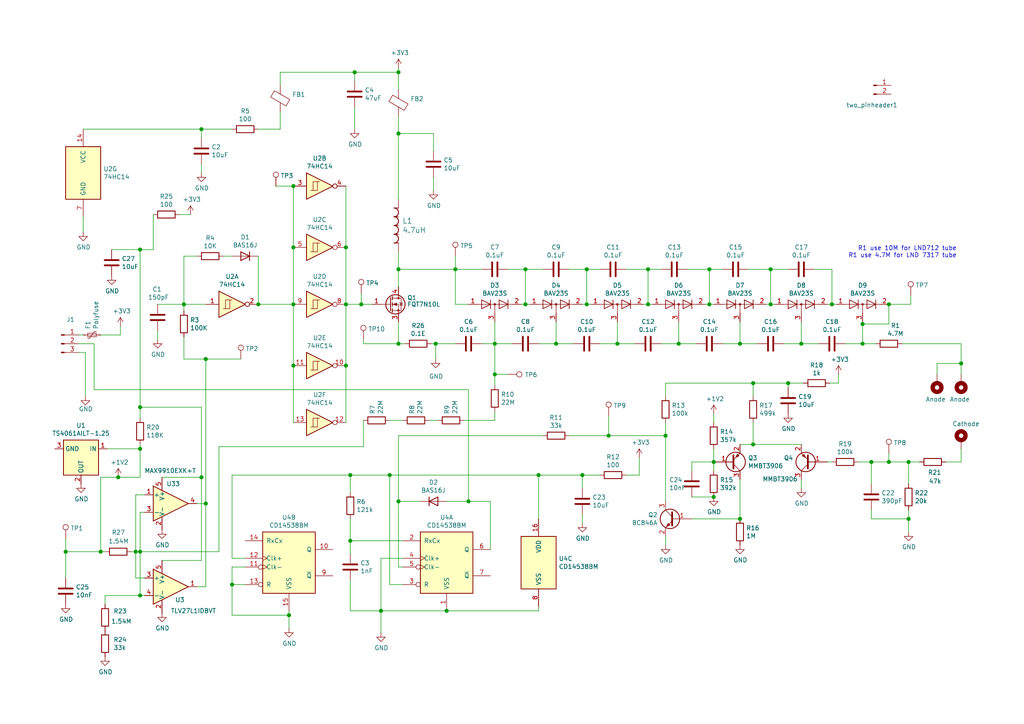
<source format=kicad_sch>
(kicad_sch (version 20210621) (generator eeschema)
  (paper "A4")
  (title_block (title "SafePulse") (date "2021-05-12") (rev "1.2.2") (company "SafeCast Team") (comment 1 "Double Sided Version") (comment 2 "contact: Allan Lind at allan@safecast.org and Rob Oudendijk at rob@safecast.org"))
  (junction (at 19.05 160.02) (diameter 1.016))
  (junction (at 29.21 160.02) (diameter 1.016))
  (junction (at 34.29 138.43) (diameter 1.016))
  (junction (at 39.37 160.02) (diameter 1.016))
  (junction (at 40.64 72.39) (diameter 1.016))
  (junction (at 40.64 118.11) (diameter 1.016))
  (junction (at 40.64 130.175) (diameter 1.016))
  (junction (at 40.64 160.02) (diameter 1.016))
  (junction (at 40.64 172.72) (diameter 1.016))
  (junction (at 53.34 88.265) (diameter 1.016))
  (junction (at 58.42 37.465) (diameter 1.016))
  (junction (at 58.42 138.43) (diameter 1.016))
  (junction (at 59.69 104.14) (diameter 1.016))
  (junction (at 59.69 146.05) (diameter 1.016))
  (junction (at 67.31 169.545) (diameter 1.016))
  (junction (at 74.93 88.265) (diameter 1.016))
  (junction (at 83.82 178.435) (diameter 1.016))
  (junction (at 85.09 53.975) (diameter 1.016))
  (junction (at 85.09 71.755) (diameter 1.016))
  (junction (at 85.09 88.265) (diameter 1.016))
  (junction (at 85.09 106.045) (diameter 1.016))
  (junction (at 100.33 71.755) (diameter 1.016))
  (junction (at 100.33 88.265) (diameter 1.016))
  (junction (at 100.33 106.045) (diameter 1.016))
  (junction (at 101.6 137.795) (diameter 1.016))
  (junction (at 101.6 156.845) (diameter 1.016))
  (junction (at 102.87 20.955) (diameter 1.016))
  (junction (at 104.775 88.265) (diameter 1.016))
  (junction (at 110.49 177.165) (diameter 1.016))
  (junction (at 113.03 137.795) (diameter 1.016))
  (junction (at 115.57 20.955) (diameter 1.016))
  (junction (at 115.57 38.735) (diameter 1.016))
  (junction (at 115.57 78.105) (diameter 1.016))
  (junction (at 115.57 99.695) (diameter 1.016))
  (junction (at 115.57 145.415) (diameter 1.016))
  (junction (at 126.365 99.695) (diameter 1.016))
  (junction (at 129.54 177.165) (diameter 1.016))
  (junction (at 132.08 78.105) (diameter 1.016))
  (junction (at 135.89 145.415) (diameter 1.016))
  (junction (at 143.51 99.695) (diameter 1.016))
  (junction (at 143.51 108.585) (diameter 1.016))
  (junction (at 152.4 78.105) (diameter 1.016))
  (junction (at 152.4 88.265) (diameter 1.016))
  (junction (at 156.21 137.795) (diameter 1.016))
  (junction (at 161.29 99.695) (diameter 1.016))
  (junction (at 168.91 137.795) (diameter 1.016))
  (junction (at 170.18 78.105) (diameter 1.016))
  (junction (at 170.18 88.265) (diameter 1.016))
  (junction (at 176.53 126.365) (diameter 1.016))
  (junction (at 179.07 99.695) (diameter 1.016))
  (junction (at 187.96 78.105) (diameter 1.016))
  (junction (at 187.96 88.265) (diameter 1.016))
  (junction (at 193.04 126.365) (diameter 1.016))
  (junction (at 196.85 99.695) (diameter 1.016))
  (junction (at 205.74 78.105) (diameter 1.016))
  (junction (at 205.74 88.265) (diameter 1.016))
  (junction (at 207.01 133.985) (diameter 1.016))
  (junction (at 207.01 144.145) (diameter 1.016))
  (junction (at 214.63 99.695) (diameter 1.016))
  (junction (at 214.63 150.495) (diameter 1.016))
  (junction (at 218.44 111.125) (diameter 1.016))
  (junction (at 218.44 128.905) (diameter 1.016))
  (junction (at 223.52 78.105) (diameter 1.016))
  (junction (at 223.52 88.265) (diameter 1.016))
  (junction (at 228.6 111.125) (diameter 1.016))
  (junction (at 232.41 99.695) (diameter 1.016))
  (junction (at 241.3 88.265) (diameter 1.016))
  (junction (at 250.19 93.98) (diameter 1.016))
  (junction (at 250.19 99.695) (diameter 1.016))
  (junction (at 252.73 133.985) (diameter 1.016))
  (junction (at 257.81 88.265) (diameter 1.016))
  (junction (at 257.81 133.985) (diameter 1.016))
  (junction (at 263.525 133.985) (diameter 1.016))
  (junction (at 263.525 150.495) (diameter 1.016))
  (junction (at 278.765 105.41) (diameter 1.016))
  (wire (pts (xy 19.05 156.21) (xy 19.05 160.02)))
  (wire (pts (xy 19.05 160.02) (xy 19.05 167.64)))
  (wire (pts (xy 19.05 160.02) (xy 29.21 160.02)))
  (wire (pts (xy 22.86 97.155) (xy 24.13 97.155)))
  (wire (pts (xy 22.86 99.695) (xy 27.305 99.695)))
  (wire (pts (xy 22.86 102.235) (xy 24.765 102.235)))
  (wire (pts (xy 24.13 37.465) (xy 58.42 37.465)))
  (wire (pts (xy 24.13 62.865) (xy 24.13 67.31)))
  (wire (pts (xy 24.765 102.235) (xy 24.765 114.935)))
  (wire (pts (xy 27.305 99.695) (xy 27.305 113.03)))
  (wire (pts (xy 27.305 113.03) (xy 135.89 113.03)))
  (wire (pts (xy 29.21 97.155) (xy 34.925 97.155)))
  (wire (pts (xy 29.21 138.43) (xy 29.21 160.02)))
  (wire (pts (xy 29.21 138.43) (xy 34.29 138.43)))
  (wire (pts (xy 29.21 160.02) (xy 30.48 160.02)))
  (wire (pts (xy 30.48 172.72) (xy 30.48 175.26)))
  (wire (pts (xy 31.115 130.175) (xy 40.64 130.175)))
  (wire (pts (xy 32.385 72.39) (xy 40.64 72.39)))
  (wire (pts (xy 34.925 97.155) (xy 34.925 94.615)))
  (wire (pts (xy 38.1 160.02) (xy 39.37 160.02)))
  (wire (pts (xy 39.37 143.51) (xy 39.37 160.02)))
  (wire (pts (xy 39.37 143.51) (xy 41.91 143.51)))
  (wire (pts (xy 39.37 160.02) (xy 39.37 167.64)))
  (wire (pts (xy 39.37 167.64) (xy 41.91 167.64)))
  (wire (pts (xy 40.64 72.39) (xy 40.64 118.11)))
  (wire (pts (xy 40.64 72.39) (xy 44.45 72.39)))
  (wire (pts (xy 40.64 118.11) (xy 40.64 121.285)))
  (wire (pts (xy 40.64 128.905) (xy 40.64 130.175)))
  (wire (pts (xy 40.64 130.175) (xy 40.64 138.43)))
  (wire (pts (xy 40.64 138.43) (xy 34.29 138.43)))
  (wire (pts (xy 40.64 148.59) (xy 40.64 160.02)))
  (wire (pts (xy 40.64 148.59) (xy 41.91 148.59)))
  (wire (pts (xy 40.64 160.02) (xy 40.64 172.72)))
  (wire (pts (xy 40.64 160.02) (xy 63.5 160.02)))
  (wire (pts (xy 40.64 172.72) (xy 30.48 172.72)))
  (wire (pts (xy 40.64 172.72) (xy 41.91 172.72)))
  (wire (pts (xy 44.45 72.39) (xy 44.45 62.23)))
  (wire (pts (xy 45.72 88.265) (xy 53.34 88.265)))
  (wire (pts (xy 45.72 95.885) (xy 45.72 98.425)))
  (wire (pts (xy 46.99 138.43) (xy 58.42 138.43)))
  (wire (pts (xy 46.99 162.56) (xy 58.42 162.56)))
  (wire (pts (xy 52.07 62.23) (xy 55.245 62.23)))
  (wire (pts (xy 53.34 74.295) (xy 53.34 88.265)))
  (wire (pts (xy 53.34 74.295) (xy 57.15 74.295)))
  (wire (pts (xy 53.34 88.265) (xy 53.34 90.17)))
  (wire (pts (xy 53.34 88.265) (xy 59.69 88.265)))
  (wire (pts (xy 53.34 97.79) (xy 53.34 104.14)))
  (wire (pts (xy 53.34 104.14) (xy 59.69 104.14)))
  (wire (pts (xy 57.15 146.05) (xy 59.69 146.05)))
  (wire (pts (xy 57.15 170.18) (xy 59.69 170.18)))
  (wire (pts (xy 58.42 40.005) (xy 58.42 37.465)))
  (wire (pts (xy 58.42 50.165) (xy 58.42 47.625)))
  (wire (pts (xy 58.42 118.11) (xy 40.64 118.11)))
  (wire (pts (xy 58.42 118.11) (xy 58.42 138.43)))
  (wire (pts (xy 58.42 138.43) (xy 58.42 162.56)))
  (wire (pts (xy 59.69 104.14) (xy 59.69 146.05)))
  (wire (pts (xy 59.69 104.14) (xy 69.85 104.14)))
  (wire (pts (xy 59.69 146.05) (xy 59.69 170.18)))
  (wire (pts (xy 63.5 129.54) (xy 105.41 129.54)))
  (wire (pts (xy 63.5 160.02) (xy 63.5 129.54)))
  (wire (pts (xy 64.77 74.295) (xy 67.31 74.295)))
  (wire (pts (xy 67.31 37.465) (xy 58.42 37.465)))
  (wire (pts (xy 67.31 137.795) (xy 67.31 161.925)))
  (wire (pts (xy 67.31 161.925) (xy 71.12 161.925)))
  (wire (pts (xy 67.31 164.465) (xy 67.31 169.545)))
  (wire (pts (xy 67.31 169.545) (xy 67.31 178.435)))
  (wire (pts (xy 67.31 178.435) (xy 83.82 178.435)))
  (wire (pts (xy 71.12 164.465) (xy 67.31 164.465)))
  (wire (pts (xy 71.12 169.545) (xy 67.31 169.545)))
  (wire (pts (xy 74.93 37.465) (xy 81.28 37.465)))
  (wire (pts (xy 74.93 74.295) (xy 74.93 88.265)))
  (wire (pts (xy 74.93 88.265) (xy 85.09 88.265)))
  (wire (pts (xy 80.01 53.975) (xy 85.09 53.975)))
  (wire (pts (xy 81.28 20.955) (xy 102.87 20.955)))
  (wire (pts (xy 81.28 24.765) (xy 81.28 20.955)))
  (wire (pts (xy 81.28 37.465) (xy 81.28 32.385)))
  (wire (pts (xy 83.82 178.435) (xy 83.82 177.165)))
  (wire (pts (xy 83.82 182.245) (xy 83.82 178.435)))
  (wire (pts (xy 85.09 53.975) (xy 85.09 71.755)))
  (wire (pts (xy 85.09 71.755) (xy 85.09 88.265)))
  (wire (pts (xy 85.09 106.045) (xy 85.09 88.265)))
  (wire (pts (xy 85.09 106.045) (xy 85.09 122.555)))
  (wire (pts (xy 100.33 53.975) (xy 100.33 71.755)))
  (wire (pts (xy 100.33 71.755) (xy 100.33 88.265)))
  (wire (pts (xy 100.33 88.265) (xy 100.33 106.045)))
  (wire (pts (xy 100.33 88.265) (xy 104.775 88.265)))
  (wire (pts (xy 100.33 106.045) (xy 100.33 122.555)))
  (wire (pts (xy 101.6 137.795) (xy 67.31 137.795)))
  (wire (pts (xy 101.6 142.875) (xy 101.6 137.795)))
  (wire (pts (xy 101.6 150.495) (xy 101.6 156.845)))
  (wire (pts (xy 101.6 156.845) (xy 101.6 160.655)))
  (wire (pts (xy 101.6 168.275) (xy 101.6 177.165)))
  (wire (pts (xy 101.6 177.165) (xy 110.49 177.165)))
  (wire (pts (xy 102.87 20.955) (xy 115.57 20.955)))
  (wire (pts (xy 102.87 23.495) (xy 102.87 20.955)))
  (wire (pts (xy 102.87 31.115) (xy 102.87 37.465)))
  (wire (pts (xy 104.775 85.09) (xy 104.775 88.265)))
  (wire (pts (xy 104.775 88.265) (xy 107.95 88.265)))
  (wire (pts (xy 105.41 98.425) (xy 105.41 99.695)))
  (wire (pts (xy 105.41 99.695) (xy 115.57 99.695)))
  (wire (pts (xy 105.41 121.92) (xy 105.41 129.54)))
  (wire (pts (xy 110.49 161.925) (xy 110.49 177.165)))
  (wire (pts (xy 110.49 177.165) (xy 110.49 183.515)))
  (wire (pts (xy 110.49 177.165) (xy 129.54 177.165)))
  (wire (pts (xy 113.03 121.92) (xy 116.84 121.92)))
  (wire (pts (xy 113.03 137.795) (xy 101.6 137.795)))
  (wire (pts (xy 113.03 137.795) (xy 156.21 137.795)))
  (wire (pts (xy 113.03 169.545) (xy 113.03 137.795)))
  (wire (pts (xy 115.57 20.955) (xy 115.57 19.685)))
  (wire (pts (xy 115.57 26.035) (xy 115.57 20.955)))
  (wire (pts (xy 115.57 33.655) (xy 115.57 38.735)))
  (wire (pts (xy 115.57 38.735) (xy 115.57 57.785)))
  (wire (pts (xy 115.57 73.025) (xy 115.57 78.105)))
  (wire (pts (xy 115.57 78.105) (xy 132.08 78.105)))
  (wire (pts (xy 115.57 83.185) (xy 115.57 78.105)))
  (wire (pts (xy 115.57 93.345) (xy 115.57 99.695)))
  (wire (pts (xy 115.57 126.365) (xy 157.48 126.365)))
  (wire (pts (xy 115.57 145.415) (xy 115.57 126.365)))
  (wire (pts (xy 115.57 145.415) (xy 121.92 145.415)))
  (wire (pts (xy 115.57 164.465) (xy 115.57 145.415)))
  (wire (pts (xy 116.84 156.845) (xy 101.6 156.845)))
  (wire (pts (xy 116.84 161.925) (xy 110.49 161.925)))
  (wire (pts (xy 116.84 164.465) (xy 115.57 164.465)))
  (wire (pts (xy 116.84 169.545) (xy 113.03 169.545)))
  (wire (pts (xy 117.475 99.695) (xy 115.57 99.695)))
  (wire (pts (xy 124.46 121.92) (xy 127 121.92)))
  (wire (pts (xy 125.095 99.695) (xy 126.365 99.695)))
  (wire (pts (xy 125.73 38.735) (xy 115.57 38.735)))
  (wire (pts (xy 125.73 43.815) (xy 125.73 38.735)))
  (wire (pts (xy 125.73 55.245) (xy 125.73 51.435)))
  (wire (pts (xy 126.365 99.695) (xy 132.08 99.695)))
  (wire (pts (xy 126.365 104.14) (xy 126.365 99.695)))
  (wire (pts (xy 129.54 145.415) (xy 135.89 145.415)))
  (wire (pts (xy 129.54 177.165) (xy 156.21 177.165)))
  (wire (pts (xy 132.08 74.295) (xy 132.08 78.105)))
  (wire (pts (xy 132.08 78.105) (xy 132.08 88.265)))
  (wire (pts (xy 135.89 88.265) (xy 132.08 88.265)))
  (wire (pts (xy 135.89 113.03) (xy 135.89 145.415)))
  (wire (pts (xy 135.89 145.415) (xy 142.24 145.415)))
  (wire (pts (xy 139.7 78.105) (xy 132.08 78.105)))
  (wire (pts (xy 139.7 99.695) (xy 143.51 99.695)))
  (wire (pts (xy 142.24 145.415) (xy 142.24 159.385)))
  (wire (pts (xy 143.51 93.345) (xy 143.51 99.695)))
  (wire (pts (xy 143.51 99.695) (xy 143.51 108.585)))
  (wire (pts (xy 143.51 99.695) (xy 148.59 99.695)))
  (wire (pts (xy 143.51 108.585) (xy 143.51 111.76)))
  (wire (pts (xy 143.51 108.585) (xy 147.32 108.585)))
  (wire (pts (xy 143.51 119.38) (xy 143.51 121.92)))
  (wire (pts (xy 143.51 121.92) (xy 134.62 121.92)))
  (wire (pts (xy 151.13 88.265) (xy 152.4 88.265)))
  (wire (pts (xy 152.4 78.105) (xy 147.32 78.105)))
  (wire (pts (xy 152.4 88.265) (xy 152.4 78.105)))
  (wire (pts (xy 152.4 88.265) (xy 153.67 88.265)))
  (wire (pts (xy 156.21 99.695) (xy 161.29 99.695)))
  (wire (pts (xy 156.21 137.795) (xy 168.91 137.795)))
  (wire (pts (xy 156.21 150.495) (xy 156.21 137.795)))
  (wire (pts (xy 156.21 177.165) (xy 156.21 175.895)))
  (wire (pts (xy 157.48 78.105) (xy 152.4 78.105)))
  (wire (pts (xy 161.29 93.345) (xy 161.29 99.695)))
  (wire (pts (xy 161.29 99.695) (xy 166.37 99.695)))
  (wire (pts (xy 165.1 78.105) (xy 170.18 78.105)))
  (wire (pts (xy 165.1 126.365) (xy 176.53 126.365)))
  (wire (pts (xy 168.91 88.265) (xy 170.18 88.265)))
  (wire (pts (xy 168.91 137.795) (xy 173.99 137.795)))
  (wire (pts (xy 168.91 141.605) (xy 168.91 137.795)))
  (wire (pts (xy 168.91 149.225) (xy 168.91 151.765)))
  (wire (pts (xy 170.18 78.105) (xy 173.99 78.105)))
  (wire (pts (xy 170.18 88.265) (xy 170.18 78.105)))
  (wire (pts (xy 170.18 88.265) (xy 171.45 88.265)))
  (wire (pts (xy 173.99 99.695) (xy 179.07 99.695)))
  (wire (pts (xy 176.53 120.65) (xy 176.53 126.365)))
  (wire (pts (xy 176.53 126.365) (xy 193.04 126.365)))
  (wire (pts (xy 179.07 93.345) (xy 179.07 99.695)))
  (wire (pts (xy 179.07 99.695) (xy 184.15 99.695)))
  (wire (pts (xy 181.61 78.105) (xy 187.96 78.105)))
  (wire (pts (xy 181.61 137.795) (xy 185.42 137.795)))
  (wire (pts (xy 185.42 137.795) (xy 185.42 132.715)))
  (wire (pts (xy 186.69 88.265) (xy 187.96 88.265)))
  (wire (pts (xy 187.96 78.105) (xy 191.77 78.105)))
  (wire (pts (xy 187.96 88.265) (xy 187.96 78.105)))
  (wire (pts (xy 187.96 88.265) (xy 189.23 88.265)))
  (wire (pts (xy 191.77 99.695) (xy 196.85 99.695)))
  (wire (pts (xy 193.04 111.125) (xy 193.04 114.935)))
  (wire (pts (xy 193.04 111.125) (xy 218.44 111.125)))
  (wire (pts (xy 193.04 122.555) (xy 193.04 126.365)))
  (wire (pts (xy 193.04 126.365) (xy 193.04 145.415)))
  (wire (pts (xy 193.04 158.115) (xy 193.04 155.575)))
  (wire (pts (xy 196.85 93.345) (xy 196.85 99.695)))
  (wire (pts (xy 196.85 99.695) (xy 201.93 99.695)))
  (wire (pts (xy 199.39 78.105) (xy 205.74 78.105)))
  (wire (pts (xy 200.66 133.985) (xy 207.01 133.985)))
  (wire (pts (xy 200.66 136.525) (xy 200.66 133.985)))
  (wire (pts (xy 200.66 144.145) (xy 207.01 144.145)))
  (wire (pts (xy 200.66 150.495) (xy 214.63 150.495)))
  (wire (pts (xy 204.47 88.265) (xy 205.74 88.265)))
  (wire (pts (xy 205.74 78.105) (xy 209.55 78.105)))
  (wire (pts (xy 205.74 88.265) (xy 205.74 78.105)))
  (wire (pts (xy 205.74 88.265) (xy 207.01 88.265)))
  (wire (pts (xy 207.01 120.015) (xy 207.01 122.555)))
  (wire (pts (xy 207.01 130.175) (xy 207.01 133.985)))
  (wire (pts (xy 207.01 133.985) (xy 207.01 136.525)))
  (wire (pts (xy 209.55 99.695) (xy 214.63 99.695)))
  (wire (pts (xy 214.63 93.345) (xy 214.63 99.695)))
  (wire (pts (xy 214.63 99.695) (xy 219.71 99.695)))
  (wire (pts (xy 214.63 128.905) (xy 218.44 128.905)))
  (wire (pts (xy 214.63 139.065) (xy 214.63 150.495)))
  (wire (pts (xy 217.17 78.105) (xy 223.52 78.105)))
  (wire (pts (xy 218.44 111.125) (xy 218.44 114.935)))
  (wire (pts (xy 218.44 111.125) (xy 228.6 111.125)))
  (wire (pts (xy 218.44 122.555) (xy 218.44 128.905)))
  (wire (pts (xy 218.44 128.905) (xy 232.41 128.905)))
  (wire (pts (xy 222.25 88.265) (xy 223.52 88.265)))
  (wire (pts (xy 223.52 78.105) (xy 228.6 78.105)))
  (wire (pts (xy 223.52 88.265) (xy 223.52 78.105)))
  (wire (pts (xy 223.52 88.265) (xy 224.79 88.265)))
  (wire (pts (xy 227.33 99.695) (xy 232.41 99.695)))
  (wire (pts (xy 228.6 111.125) (xy 228.6 112.395)))
  (wire (pts (xy 228.6 111.125) (xy 233.045 111.125)))
  (wire (pts (xy 232.41 93.345) (xy 232.41 99.695)))
  (wire (pts (xy 232.41 99.695) (xy 237.49 99.695)))
  (wire (pts (xy 232.41 141.605) (xy 232.41 139.065)))
  (wire (pts (xy 236.22 78.105) (xy 241.3 78.105)))
  (wire (pts (xy 240.03 88.265) (xy 241.3 88.265)))
  (wire (pts (xy 240.03 133.985) (xy 241.3 133.985)))
  (wire (pts (xy 240.665 111.125) (xy 243.205 111.125)))
  (wire (pts (xy 241.3 78.105) (xy 241.3 88.265)))
  (wire (pts (xy 241.3 88.265) (xy 242.57 88.265)))
  (wire (pts (xy 243.205 111.125) (xy 243.205 108.585)))
  (wire (pts (xy 245.11 99.695) (xy 250.19 99.695)))
  (wire (pts (xy 248.92 133.985) (xy 252.73 133.985)))
  (wire (pts (xy 250.19 93.345) (xy 250.19 93.98)))
  (wire (pts (xy 250.19 93.98) (xy 250.19 99.695)))
  (wire (pts (xy 250.19 93.98) (xy 257.81 93.98)))
  (wire (pts (xy 250.19 99.695) (xy 254 99.695)))
  (wire (pts (xy 252.73 133.985) (xy 252.73 140.335)))
  (wire (pts (xy 252.73 133.985) (xy 257.81 133.985)))
  (wire (pts (xy 252.73 147.955) (xy 252.73 150.495)))
  (wire (pts (xy 252.73 150.495) (xy 263.525 150.495)))
  (wire (pts (xy 257.81 88.265) (xy 264.16 88.265)))
  (wire (pts (xy 257.81 93.98) (xy 257.81 88.265)))
  (wire (pts (xy 257.81 131.445) (xy 257.81 133.985)))
  (wire (pts (xy 257.81 133.985) (xy 263.525 133.985)))
  (wire (pts (xy 261.62 99.695) (xy 278.765 99.695)))
  (wire (pts (xy 263.525 133.985) (xy 263.525 140.335)))
  (wire (pts (xy 263.525 133.985) (xy 266.7 133.985)))
  (wire (pts (xy 263.525 147.955) (xy 263.525 150.495)))
  (wire (pts (xy 263.525 150.495) (xy 263.525 154.305)))
  (wire (pts (xy 264.16 88.265) (xy 264.16 85.725)))
  (wire (pts (xy 271.78 105.41) (xy 278.765 105.41)))
  (wire (pts (xy 271.78 108.585) (xy 271.78 105.41)))
  (wire (pts (xy 274.32 133.985) (xy 278.765 133.985)))
  (wire (pts (xy 278.765 99.695) (xy 278.765 105.41)))
  (wire (pts (xy 278.765 105.41) (xy 278.765 108.585)))
  (wire (pts (xy 278.765 133.985) (xy 278.765 130.175)))
  (text "R1 use 10M for LND712 tube\nR1 use 4.7M for LND 7317 tube" (at 277.495 74.93 0) (effects (font (size 1.27 1.27)) (justify right bottom)))
  (symbol (lib_id "power:+1V2") (at 34.29 138.43 0) (unit 1)
    (property "Reference" "#PWR0103" (effects hide))
    (property "Value" "+1V2" (at 34.6583 134.1056 0))
  )
  (symbol (lib_id "power:+3.3V") (at 34.925 94.615 0) (unit 1)
    (property "Reference" "#PWR04" (effects hide))
    (property "Value" "+3.3V" (at 35.306 90.2208 0))
  )
  (symbol (lib_id "power:+3.3V") (at 55.245 62.23 0) (unit 1)
    (property "Reference" "#PWR0102" (effects hide))
    (property "Value" "+3.3V" (at 55.626 57.8358 0))
  )
  (symbol (lib_id "power:+3.3V") (at 115.57 19.685 0) (unit 1)
    (property "Reference" "#PWR013" (effects hide))
    (property "Value" "+3.3V" (at 115.951 15.2908 0))
  )
  (symbol (lib_id "power:+3.3V") (at 185.42 132.715 0) (unit 1)
    (property "Reference" "#PWR017" (effects hide))
    (property "Value" "+3.3V" (at 185.801 128.3208 0))
  )
  (symbol (lib_id "power:+1V2") (at 207.01 120.015 0) (unit 1)
    (property "Reference" "#PWR0104" (effects hide))
    (property "Value" "+1V2" (at 207.3783 115.6906 0))
  )
  (symbol (lib_id "power:+3V3") (at 243.205 108.585 0) (unit 1)
    (property "Reference" "#PWR024" (effects hide))
    (property "Value" "+3V3" (at 243.5733 104.2606 0))
  )
  (symbol (lib_id "Connector:TestPoint") (at 19.05 156.21 0) (unit 1) (in_bom no)
    (property "Reference" "TP1" (at 20.447 153.219 0) (effects (justify left)))
    (property "Value" "TestPoint" (effects hide))
    (property "Footprint" "TestPoint:TestPoint_Pad_1.0x1.0mm" (effects hide))
  )
  (symbol (lib_id "Connector:TestPoint") (at 69.85 104.14 0) (unit 1) (in_bom no)
    (property "Reference" "TP2" (at 71.247 101.149 0) (effects (justify left)))
    (property "Value" "TestPoint" (effects hide))
    (property "Footprint" "TestPoint:TestPoint_Pad_1.0x1.0mm" (effects hide))
  )
  (symbol (lib_id "Connector:TestPoint") (at 80.01 53.975 0) (unit 1) (in_bom no)
    (property "Reference" "TP3" (at 81.407 50.984 0) (effects (justify left)))
    (property "Value" "TestPoint" (effects hide))
    (property "Footprint" "TestPoint:TestPoint_Pad_1.0x1.0mm" (effects hide))
  )
  (symbol (lib_id "Connector:TestPoint") (at 104.775 85.09 0) (unit 1) (in_bom no)
    (property "Reference" "TP4" (at 106.172 82.099 0) (effects (justify left)))
    (property "Value" "TestPoint" (effects hide))
    (property "Footprint" "TestPoint:TestPoint_Pad_1.0x1.0mm" (effects hide))
  )
  (symbol (lib_id "Connector:TestPoint") (at 105.41 98.425 0) (unit 1) (in_bom no)
    (property "Reference" "TP10" (at 106.807 95.434 0) (effects (justify left)))
    (property "Value" "TestPoint" (effects hide))
    (property "Footprint" "TestPoint:TestPoint_Pad_1.0x1.0mm" (effects hide))
  )
  (symbol (lib_id "Connector:TestPoint") (at 132.08 74.295 0) (unit 1) (in_bom no)
    (property "Reference" "TP5" (at 133.477 71.304 0) (effects (justify left)))
    (property "Value" "TestPoint" (effects hide))
    (property "Footprint" "TestPoint:TestPoint_Pad_1.0x1.0mm" (effects hide))
  )
  (symbol (lib_id "Connector:TestPoint") (at 147.32 108.585 270) (unit 1) (in_bom no)
    (property "Reference" "TP6" (at 152.216 108.712 90) (effects (justify left)))
    (property "Value" "TestPoint" (effects hide))
    (property "Footprint" "TestPoint:TestPoint_Pad_1.0x1.0mm" (effects hide))
  )
  (symbol (lib_id "Connector:TestPoint") (at 176.53 120.65 0) (unit 1) (in_bom no)
    (property "Reference" "TP9" (at 177.927 117.659 0) (effects (justify left)))
    (property "Value" "TestPoint" (effects hide))
    (property "Footprint" "TestPoint:TestPoint_Pad_1.0x1.0mm" (effects hide))
  )
  (symbol (lib_id "Connector:TestPoint") (at 257.81 131.445 0) (unit 1) (in_bom no)
    (property "Reference" "TP8" (at 259.207 128.454 0) (effects (justify left)))
    (property "Value" "TestPoint" (effects hide))
    (property "Footprint" "TestPoint:TestPoint_Pad_1.0x1.0mm" (effects hide))
  )
  (symbol (lib_id "Connector:TestPoint") (at 264.16 85.725 0) (unit 1) (in_bom no)
    (property "Reference" "TP7" (at 265.557 82.734 0) (effects (justify left)))
    (property "Value" "TestPoint" (effects hide))
    (property "Footprint" "TestPoint:TestPoint_Pad_1.0x1.0mm" (effects hide))
  )
  (symbol (lib_id "power:GND") (at 19.05 175.26 0) (unit 1)
    (property "Reference" "#PWR0105" (effects hide))
    (property "Value" "GND" (at 19.177 179.6542 0))
  )
  (symbol (lib_id "power:GND") (at 23.495 140.335 0) (unit 1)
    (property "Reference" "#PWR01" (effects hide))
    (property "Value" "GND" (at 23.622 144.7292 0))
  )
  (symbol (lib_id "power:GND") (at 24.13 67.31 0) (unit 1)
    (property "Reference" "#PWR03" (effects hide))
    (property "Value" "GND" (at 24.257 71.7042 0))
  )
  (symbol (lib_id "power:GND") (at 24.765 114.935 0) (unit 1)
    (property "Reference" "#PWR05" (effects hide))
    (property "Value" "GND" (at 24.8793 118.6244 0))
  )
  (symbol (lib_id "power:GND") (at 30.48 190.5 0) (unit 1)
    (property "Reference" "#PWR02" (effects hide))
    (property "Value" "GND" (at 30.607 194.8942 0))
  )
  (symbol (lib_id "power:GND") (at 32.385 80.01 0) (unit 1)
    (property "Reference" "#PWR0101" (effects hide))
    (property "Value" "GND" (at 32.512 84.4042 0))
  )
  (symbol (lib_id "power:GND") (at 45.72 98.425 0) (unit 1)
    (property "Reference" "#PWR06" (effects hide))
    (property "Value" "GND" (at 45.847 102.8192 0))
  )
  (symbol (lib_id "power:GND") (at 46.99 153.67 0) (unit 1)
    (property "Reference" "#PWR0106" (effects hide))
    (property "Value" "GND" (at 47.117 158.0642 0))
  )
  (symbol (lib_id "power:GND") (at 46.99 177.8 0) (unit 1)
    (property "Reference" "#PWR07" (effects hide))
    (property "Value" "GND" (at 47.117 182.1942 0))
  )
  (symbol (lib_id "power:GND") (at 58.42 50.165 0) (unit 1)
    (property "Reference" "#PWR09" (effects hide))
    (property "Value" "GND" (at 58.547 54.5592 0))
  )
  (symbol (lib_id "power:GND") (at 83.82 182.245 0) (unit 1)
    (property "Reference" "#PWR010" (effects hide))
    (property "Value" "GND" (at 83.947 186.6392 0))
  )
  (symbol (lib_id "power:GND") (at 102.87 37.465 0) (unit 1)
    (property "Reference" "#PWR011" (effects hide))
    (property "Value" "GND" (at 102.997 41.8592 0))
  )
  (symbol (lib_id "power:GND") (at 110.49 183.515 0) (unit 1)
    (property "Reference" "#PWR012" (effects hide))
    (property "Value" "GND" (at 110.617 187.9092 0))
  )
  (symbol (lib_id "power:GND") (at 125.73 55.245 0) (unit 1)
    (property "Reference" "#PWR015" (effects hide))
    (property "Value" "GND" (at 125.857 59.6392 0))
  )
  (symbol (lib_id "power:GND") (at 126.365 104.14 0) (unit 1)
    (property "Reference" "#PWR014" (effects hide))
    (property "Value" "GND" (at 126.492 109.1692 0))
  )
  (symbol (lib_id "power:GND") (at 168.91 151.765 0) (unit 1)
    (property "Reference" "#PWR016" (effects hide))
    (property "Value" "GND" (at 169.037 156.1592 0))
  )
  (symbol (lib_id "power:GND") (at 193.04 158.115 0) (unit 1)
    (property "Reference" "#PWR018" (effects hide))
    (property "Value" "GND" (at 193.167 162.5092 0))
  )
  (symbol (lib_id "power:GND") (at 207.01 144.145 0) (unit 1)
    (property "Reference" "#PWR020" (effects hide))
    (property "Value" "GND" (at 207.1243 148.4694 0))
  )
  (symbol (lib_id "power:GND") (at 214.63 158.115 0) (unit 1)
    (property "Reference" "#PWR021" (effects hide))
    (property "Value" "GND" (at 214.7443 162.4394 0))
  )
  (symbol (lib_id "power:GND") (at 228.6 120.015 0) (unit 1)
    (property "Reference" "#PWR022" (effects hide))
    (property "Value" "GND" (at 228.7143 124.3394 0))
  )
  (symbol (lib_id "power:GND") (at 232.41 141.605 0) (unit 1)
    (property "Reference" "#PWR023" (effects hide))
    (property "Value" "GND" (at 232.537 145.9992 0))
  )
  (symbol (lib_id "power:GND") (at 263.525 154.305 0) (unit 1)
    (property "Reference" "#PWR025" (effects hide))
    (property "Value" "GND" (at 263.6393 158.6294 0))
  )
  (symbol (lib_id "Device:Polyfuse_Small") (at 26.67 97.155 90) (unit 1)
    (property "Reference" "F1" (at 25.521 95.504 0) (effects (justify left)))
    (property "Value" "Polyfuse" (at 27.8193 95.5039 0) (effects (justify left)))
    (property "Footprint" "Resistor_SMD:R_0805_2012Metric" (effects hide))
    (property "Datasheet" "https://www.digikey.com/en/products/detail/murata-electronics/PRG21BC0R6MM1RA/2595395?s=N4IgTCBcDaICwE4AMBaAHAVgIyqygcgCIgC6AvkA" (effects hide))
    (property "Digikey" "490-8510-1-ND" (effects hide))
  )
  (symbol (lib_id "Connector:Conn_01x02_Male") (at 253.365 24.765 0) (unit 1)
    (property "Reference" "two_pinheader1" (at 252.882 30.461 0))
    (property "Value" "Conn_01x03_Male" (effects hide))
    (property "Footprint" "Connector_PinHeader_2.54mm:PinHeader_1x02_P2.54mm_Vertical" (effects hide))
  )
  (symbol (lib_id "Device:R") (at 30.48 179.07 0) (unit 1)
    (property "Reference" "R23" (at 32.893 177.267 0) (effects (justify left)))
    (property "Value" "1.54M" (at 32.258 180.213 0) (effects (justify left)))
    (property "Footprint" "Resistor_SMD:R_0805_2012Metric" (effects hide))
    (property "Datasheet" "https://www.digikey.com/en/products/detail/yageo/RC0805FR-071M54L/727500" (effects hide))
    (property "Digikey" "311-1.54MCRCT-ND" (effects hide))
  )
  (symbol (lib_id "Device:R") (at 30.48 186.69 0) (unit 1)
    (property "Reference" "R24" (at 32.893 185.522 0) (effects (justify left)))
    (property "Value" "33k" (at 32.893 187.833 0) (effects (justify left)))
    (property "Footprint" "Resistor_SMD:R_0805_2012Metric" (effects hide))
    (property "Datasheet" "https://www.digikey.com/en/products/detail/te-connectivity-passive-product/CRGCQ0805F33K/8576369" (effects hide))
    (property "Digikey" "A129767CT-ND" (effects hide))
  )
  (symbol (lib_id "Device:R") (at 34.29 160.02 90) (unit 1)
    (property "Reference" "R27" (at 36.297 154.432 90) (effects (justify left)))
    (property "Value" "1.54M" (at 37.338 156.972 90) (effects (justify left)))
    (property "Footprint" "Resistor_SMD:R_0805_2012Metric" (effects hide))
    (property "Datasheet" "https://www.digikey.com/en/products/detail/yageo/RC0805FR-071M54L/727500" (effects hide))
    (property "Digikey" "311-1.54MCRCT-ND" (effects hide))
  )
  (symbol (lib_id "Device:R") (at 40.64 125.095 0) (unit 1)
    (property "Reference" "R20" (at 42.418 123.927 0) (effects (justify left)))
    (property "Value" "118K" (at 42.418 126.238 0) (effects (justify left)))
    (property "Footprint" "Resistor_SMD:R_0805_2012Metric" (effects hide))
    (property "Datasheet" "https://www.digikey.com/en/products/detail/yageo/RC0805FR-07118KL/727566" (effects hide))
    (property "Digikey" "311-118KCRCT-ND" (effects hide))
  )
  (symbol (lib_id "Device:R") (at 48.26 62.23 270) (unit 1)
    (property "Reference" "R25" (at 48.26 56.972 90))
    (property "Value" "100" (at 48.26 59.2836 90))
    (property "Footprint" "Resistor_SMD:R_0805_2012Metric" (effects hide))
    (property "Datasheet" "https://www.digikey.com/en/products/detail/te-connectivity-passive-product/CRG0805F100R/2380830" (effects hide))
    (property "Digikey" "A106053CT-ND" (effects hide))
  )
  (symbol (lib_id "Device:R") (at 53.34 93.98 0) (unit 1)
    (property "Reference" "R3" (at 55.118 92.8116 0) (effects (justify left)))
    (property "Value" "100K" (at 55.118 95.123 0) (effects (justify left)))
    (property "Footprint" "Resistor_SMD:R_0805_2012Metric" (effects hide))
    (property "Datasheet" "https://www.digikey.com/en/products/detail/stackpole-electronics-inc/RMCF0805FT100K/1760712" (effects hide))
    (property "Digikey" "RMCF0805FT100KCT-ND" (effects hide))
  )
  (symbol (lib_id "Device:R") (at 60.96 74.295 90) (unit 1)
    (property "Reference" "R4" (at 60.96 69.0372 90))
    (property "Value" "10K" (at 60.96 71.349 90))
    (property "Footprint" "Resistor_SMD:R_0805_2012Metric" (effects hide))
    (property "Datasheet" "https://www.digikey.com/en/products/detail/stackpole-electronics-inc/RNCP0805FTD10K0/2240262" (effects hide))
    (property "Digikey" "RNCP0805FTD10K0CT-ND" (effects hide))
  )
  (symbol (lib_id "Device:R") (at 71.12 37.465 90) (unit 1)
    (property "Reference" "R5" (at 71.12 32.2072 90))
    (property "Value" "100" (at 71.12 34.519 90))
    (property "Footprint" "Resistor_SMD:R_0805_2012Metric" (effects hide))
    (property "Datasheet" "https://www.digikey.com/en/products/detail/te-connectivity-passive-product/CRG0805F100R/2380830" (effects hide))
  )
  (symbol (lib_id "Device:R") (at 101.6 146.685 0) (unit 1)
    (property "Reference" "R6" (at 103.378 145.5166 0) (effects (justify left)))
    (property "Value" "121k" (at 103.378 147.828 0) (effects (justify left)))
    (property "Footprint" "Resistor_SMD:R_0805_2012Metric" (effects hide))
    (property "Datasheet" "https://www.digikey.com/en/products/detail/koa-speer-electronics-inc/RK73H2ATTD1213F/10235721" (effects hide))
    (property "Digikey" "2019-RK73H2ATTD1213FCT-ND" (effects hide))
  )
  (symbol (lib_id "Device:R") (at 109.22 121.92 90) (unit 1)
    (property "Reference" "R7" (at 108.0516 120.142 0) (effects (justify left)))
    (property "Value" "22M" (at 110.363 120.142 0) (effects (justify left)))
    (property "Footprint" "Resistor_SMD:R_0805_2012Metric" (effects hide))
    (property "Datasheet" "https://www.digikey.com/en/products/detail/stackpole-electronics-inc/RMCF0805FT22M0/6053747" (effects hide))
    (property "Digikey" "RMCF0805FT22M0CT-ND" (effects hide))
  )
  (symbol (lib_id "Device:R") (at 120.65 121.92 90) (unit 1)
    (property "Reference" "R8" (at 119.4816 120.142 0) (effects (justify left)))
    (property "Value" "22M" (at 121.793 120.142 0) (effects (justify left)))
    (property "Footprint" "Resistor_SMD:R_0805_2012Metric" (effects hide))
    (property "Datasheet" "https://www.digikey.com/en/products/detail/stackpole-electronics-inc/RMCF0805FT22M0/6053747" (effects hide))
    (property "Digikey" "RMCF0805FT22M0CT-ND" (effects hide))
  )
  (symbol (lib_id "Device:R") (at 121.285 99.695 90) (unit 1)
    (property "Reference" "R26" (at 121.285 94.437 90))
    (property "Value" "0.1E" (at 121.285 96.749 90))
    (property "Footprint" "Resistor_SMD:R_0805_2012Metric" (effects hide))
    (property "Datasheet" "https://www.digikey.com/en/products/detail/susumu/KRL1220E-M-R100-F-T5/3737982" (effects hide))
    (property "Digikey" "408-1556-1-ND" (effects hide))
  )
  (symbol (lib_id "Device:R") (at 130.81 121.92 90) (unit 1)
    (property "Reference" "R9" (at 129.6416 120.142 0) (effects (justify left)))
    (property "Value" "22M" (at 131.953 120.142 0) (effects (justify left)))
    (property "Footprint" "Resistor_SMD:R_0805_2012Metric" (effects hide))
    (property "Datasheet" "https://www.digikey.com/en/products/detail/stackpole-electronics-inc/RMCF0805FT22M0/6053747" (effects hide))
    (property "Digikey" "RMCF0805FT22M0CT-ND" (effects hide))
  )
  (symbol (lib_id "Device:R") (at 143.51 115.57 0) (unit 1)
    (property "Reference" "R10" (at 145.288 114.4016 0) (effects (justify left)))
    (property "Value" "22M" (at 145.288 116.713 0) (effects (justify left)))
    (property "Footprint" "Resistor_SMD:R_0805_2012Metric" (effects hide))
    (property "Datasheet" "https://www.digikey.com/en/products/detail/stackpole-electronics-inc/RMCF0805FT22M0/6053747" (effects hide))
    (property "Digikey" "RMCF0805FT22M0CT-ND" (effects hide))
  )
  (symbol (lib_id "Device:R") (at 161.29 126.365 90) (unit 1)
    (property "Reference" "R11" (at 161.29 121.1072 90))
    (property "Value" "33k" (at 161.29 123.4186 90))
    (property "Footprint" "Resistor_SMD:R_0805_2012Metric" (effects hide))
    (property "Datasheet" "https://www.digikey.com/en/products/detail/te-connectivity-passive-product/CRGCQ0805F33K/8576369" (effects hide))
    (property "Digikey" "A129767CT-ND" (effects hide))
  )
  (symbol (lib_id "Device:R") (at 177.8 137.795 270) (unit 1)
    (property "Reference" "R12" (at 177.8 132.5372 90))
    (property "Value" "100" (at 177.8 134.8486 90))
    (property "Footprint" "Resistor_SMD:R_0805_2012Metric" (effects hide))
    (property "Datasheet" "https://www.digikey.com/en/products/detail/te-connectivity-passive-product/CRG0805F100R/2380830" (effects hide))
    (property "Digikey" "A106053CT-ND" (effects hide))
  )
  (symbol (lib_id "Device:R") (at 193.04 118.745 0) (unit 1)
    (property "Reference" "R13" (at 194.8181 117.5956 0) (effects (justify left)))
    (property "Value" "100k" (at 194.818 119.894 0) (effects (justify left)))
    (property "Footprint" "Resistor_SMD:R_0805_2012Metric" (effects hide))
    (property "Datasheet" "https://www.digikey.com/en/products/detail/stackpole-electronics-inc/RMCF0805FT100K/1760712" (effects hide))
    (property "Digikey" "RMCF0805FT100KCT-ND" (effects hide))
  )
  (symbol (lib_id "Device:R") (at 207.01 126.365 0) (unit 1)
    (property "Reference" "R14" (at 208.7881 125.2156 0) (effects (justify left)))
    (property "Value" "357k" (at 208.788 127.514 0) (effects (justify left)))
    (property "Footprint" "Resistor_SMD:R_0805_2012Metric" (effects hide))
    (property "Datasheet" "https://www.digikey.com/en/products/detail/koa-speer-electronics-inc/RK73H2ATTD3573F/10234401" (effects hide))
    (property "Digikey" "2019-RK73H2ATTD3573FCT-ND" (effects hide))
  )
  (symbol (lib_id "Device:R") (at 207.01 140.335 0) (unit 1)
    (property "Reference" "R15" (at 208.7881 139.1856 0) (effects (justify left)))
    (property "Value" "392k" (at 208.788 141.484 0) (effects (justify left)))
    (property "Footprint" "Resistor_SMD:R_0805_2012Metric" (effects hide))
    (property "Datasheet" "https://www.digikey.com/en/products/detail/yageo/RC0805FR-07392KL/727905" (effects hide))
    (property "Digikey" "311-392KCRCT-ND" (effects hide))
  )
  (symbol (lib_id "Device:R") (at 214.63 154.305 0) (unit 1)
    (property "Reference" "R16" (at 216.4081 153.1556 0) (effects (justify left)))
    (property "Value" "1M" (at 216.408 155.454 0) (effects (justify left)))
    (property "Footprint" "Resistor_SMD:R_0805_2012Metric" (effects hide))
    (property "Datasheet" "https://www.digikey.com/en/products/detail/yageo/RT0805FRE071ML/1079056" (effects hide))
    (property "Digikey" "YAG3361CT-ND" (effects hide))
  )
  (symbol (lib_id "Device:R") (at 218.44 118.745 0) (unit 1)
    (property "Reference" "R17" (at 220.2181 117.5956 0) (effects (justify left)))
    (property "Value" "499k" (at 220.218 119.894 0) (effects (justify left)))
    (property "Footprint" "Resistor_SMD:R_0805_2012Metric" (effects hide))
    (property "Datasheet" "https://www.digikey.com/en/products/detail/stackpole-electronics-inc/RMCF0805FT499K/1760301" (effects hide))
    (property "Digikey" "RMCF0805FT499KCT-ND" (effects hide))
  )
  (symbol (lib_id "Device:R") (at 236.855 111.125 90) (unit 1)
    (property "Reference" "R18" (at 236.855 105.8988 90))
    (property "Value" "1k" (at 236.855 108.197 90))
    (property "Footprint" "Resistor_SMD:R_0805_2012Metric" (effects hide))
    (property "Datasheet" "https://www.digikey.com/en/products/detail/stackpole-electronics-inc/RNCP0805FTD1K00/2240229" (effects hide))
    (property "Digikey" "RNCP0805FTD1K00CT-ND" (effects hide))
  )
  (symbol (lib_id "Device:R") (at 245.11 133.985 90) (unit 1)
    (property "Reference" "R19" (at 245.11 128.7588 90))
    (property "Value" "100k" (at 245.11 131.058 90))
    (property "Footprint" "Resistor_SMD:R_0805_2012Metric" (effects hide))
    (property "Datasheet" "https://www.digikey.com/en/products/detail/stackpole-electronics-inc/RMCF0805FT100K/1760712" (effects hide))
    (property "Digikey" "RMCF0805FT100KCT-ND" (effects hide))
  )
  (symbol (lib_id "Device:R") (at 257.81 99.695 90) (unit 1)
    (property "Reference" "R1" (at 259.715 94.437 90))
    (property "Value" "4.7M" (at 259.715 96.749 90))
    (property "Footprint" "Resistor_SMD:R_1206_3216Metric" (effects hide))
    (property "Datasheet" "https://www.digikey.com/en/products/detail/rohm-semiconductor/KTR18EZPF4704/1983735" (effects hide))
    (property "Digikey" "RHM4.7MAICT-ND" (effects hide))
    (property "Digikey10M" "RHM10.0MAICT-ND" (effects hide))
  )
  (symbol (lib_id "Device:R") (at 263.525 144.145 0) (unit 1)
    (property "Reference" "R22" (at 265.3031 142.9956 0) (effects (justify left)))
    (property "Value" "20k" (at 265.303 145.294 0) (effects (justify left)))
    (property "Footprint" "Resistor_SMD:R_0805_2012Metric" (effects hide))
    (property "Datasheet" "https://www.digikey.com/en/products/detail/stackpole-electronics-inc/RMCF0805FT20K0/1760314" (effects hide))
    (property "Digikey" "RMCF0805FT20K0CT-ND" (effects hide))
  )
  (symbol (lib_id "Device:R") (at 270.51 133.985 270) (unit 1)
    (property "Reference" "R21" (at 269.1194 137.0331 90) (effects (justify left)))
    (property "Value" "47k" (at 269.361 139.573 90) (effects (justify left)))
    (property "Footprint" "Resistor_SMD:R_0805_2012Metric" (effects hide))
    (property "Datasheet" "https://www.digikey.com/en/products/detail/yageo/RC0805FR-0747KL/727973" (effects hide))
    (property "Digikey" "311-47.0KCRCT-ND" (effects hide))
  )
  (symbol (lib_id "Mechanical:MountingHole_Pad") (at 271.78 111.125 180) (unit 1)
    (property "Reference" "H4" (effects hide))
    (property "Value" "Anode" (at 274.32 115.818 0) (effects (justify left)))
    (property "Footprint" "TestPoint:TestPoint_Loop_D3.50mm_Drill1.4mm_Beaded" (effects hide))
  )
  (symbol (lib_id "Mechanical:MountingHole_Pad") (at 278.765 111.125 180) (unit 1)
    (property "Reference" "H2" (effects hide))
    (property "Value" "Anode" (at 281.305 115.818 0) (effects (justify left)))
    (property "Footprint" "TestPoint:TestPoint_Loop_D3.50mm_Drill1.4mm_Beaded" (effects hide))
  )
  (symbol (lib_id "Mechanical:MountingHole_Pad") (at 278.765 127.635 0) (unit 1)
    (property "Reference" "H1" (effects hide))
    (property "Value" "Cathode" (at 276.225 122.942 0) (effects (justify left)))
    (property "Footprint" "TestPoint:TestPoint_Loop_D2.60mm_Drill1.4mm_Beaded" (effects hide))
  )
  (symbol (lib_id "Diode:1N4148W") (at 71.12 74.295 180) (unit 1)
    (property "Reference" "D1" (at 71.12 68.7832 0))
    (property "Value" "BAS16J" (at 71.12 71.095 0))
    (property "Footprint" "Diode_SMD:D_SOD-323" (effects hide))
    (property "Datasheet" "https://www.digikey.com/en/products/detail/nexperia-usa-inc/BAS16J135/2405996" (effects hide))
    (property "Digikey" "1727-4797-1-ND" (effects hide))
  )
  (symbol (lib_id "Diode:1N4148W") (at 125.73 145.415 0) (unit 1)
    (property "Reference" "D2" (at 125.73 139.9032 0))
    (property "Value" "BAS16J" (at 125.73 142.215 0))
    (property "Footprint" "Diode_SMD:D_SOD-323" (effects hide))
    (property "Datasheet" "https://www.digikey.com/en/products/detail/nexperia-usa-inc/BAS16J135/2405996" (effects hide))
    (property "Digikey" "1727-4797-1-ND" (effects hide))
  )
  (symbol (lib_id "2021-01-06_02-33-04:NRS6020T2R2NMGJ") (at 115.57 73.025 90) (unit 1)
    (property "Reference" "L1" (at 116.6876 64.0588 90) (effects (font (size 1.524 1.524)) (justify right)))
    (property "Value" "4.7uH" (at 116.688 66.751 90) (effects (font (size 1.524 1.524)) (justify right)))
    (property "Footprint" "Inductor_SMD:L_Taiyo-Yuden_MD-4040" (effects hide))
    (property "Datasheet" "https://www.digikey.com/en/products/detail/taiyo-yuden/MDWK4040T4R7MM/5880041" (effects hide))
    (property "Digikey" "587-4451-1-ND" (effects hide))
  )
  (symbol (lib_id "Connector:Conn_01x03_Male") (at 17.78 99.695 0) (unit 1)
    (property "Reference" "J1" (at 20.472 92.691 0))
    (property "Value" "Conn_01x03_Male" (effects hide))
    (property "Footprint" "Connector_PinHeader_2.54mm:PinHeader_1x03_P2.54mm_Vertical" (effects hide))
  )
  (symbol (lib_id "Device:C") (at 19.05 171.45 0) (unit 1)
    (property "Reference" "C25" (at 21.971 170.282 0) (effects (justify left)))
    (property "Value" "10nF" (at 21.971 172.593 0) (effects (justify left)))
    (property "Footprint" "Capacitor_SMD:C_0805_2012Metric" (effects hide))
    (property "Datasheet" "https://www.digikey.com/en/products/detail/samsung-electro-mechanics/CL21B103KBANNNC/3886673" (effects hide))
    (property "Digikey" "1276-1015-1-ND" (effects hide))
  )
  (symbol (lib_id "Device:C") (at 32.385 76.2 0) (unit 1)
    (property "Reference" "C27" (at 35.306 75.032 0) (effects (justify left)))
    (property "Value" "10uF" (at 35.306 77.343 0) (effects (justify left)))
    (property "Footprint" "Capacitor_SMD:C_0805_2012Metric" (effects hide))
    (property "Datasheet" "https://www.digikey.com/en/products/detail/samsung-electro-mechanics/CL21A106KOQNNNG/3894417" (effects hide))
    (property "Digikey" "1276-6455-1-ND" (effects hide))
  )
  (symbol (lib_id "Device:C") (at 45.72 92.075 0) (unit 1)
    (property "Reference" "C1" (at 44.196 83.9216 0) (effects (justify left)))
    (property "Value" "150pF" (at 42.926 86.233 0) (effects (justify left)))
    (property "Footprint" "Capacitor_SMD:C_0805_2012Metric" (effects hide))
    (property "Datasheet" "https://www.digikey.com/en/products/detail/w%C3%BCrth-elektronik/885012207111/9346002" (effects hide))
    (property "Digikey" "732-12190-1-ND" (effects hide))
  )
  (symbol (lib_id "Device:C") (at 58.42 43.815 0) (unit 1)
    (property "Reference" "C2" (at 61.341 42.6466 0) (effects (justify left)))
    (property "Value" "10uF" (at 61.341 44.958 0) (effects (justify left)))
    (property "Footprint" "Capacitor_SMD:C_0805_2012Metric" (effects hide))
    (property "Datasheet" "https://www.digikey.com/en/products/detail/samsung-electro-mechanics/CL21A106KOQNNNG/3894417" (effects hide))
    (property "Digikey" "1276-6455-1-ND" (effects hide))
  )
  (symbol (lib_id "Device:C") (at 101.6 164.465 0) (unit 1)
    (property "Reference" "C3" (at 104.521 163.2966 0) (effects (justify left)))
    (property "Value" "1nF" (at 104.521 165.608 0) (effects (justify left)))
    (property "Footprint" "Capacitor_SMD:C_0805_2012Metric" (effects hide))
    (property "Datasheet" "https://www.digikey.com/en/products/detail/avx-corporation/08055C102KAT2A/563481" (effects hide))
    (property "Digikey" "478-1371-1-ND" (effects hide))
  )
  (symbol (lib_id "Device:C") (at 102.87 27.305 0) (unit 1)
    (property "Reference" "C4" (at 105.791 26.1366 0) (effects (justify left)))
    (property "Value" "47uF" (at 105.791 28.448 0) (effects (justify left)))
    (property "Footprint" "Capacitor_SMD:C_1210_3225Metric" (effects hide))
    (property "Datasheet" "https://www.digikey.com/en/products/detail/taiyo-yuden/EMK316BBJ476ML-T/7067010" (effects hide))
    (property "Digikey" "587-5425-1-ND" (effects hide))
  )
  (symbol (lib_id "Device:C") (at 125.73 47.625 0) (unit 1)
    (property "Reference" "C5" (at 128.651 46.4566 0) (effects (justify left)))
    (property "Value" "10uF" (at 128.651 48.768 0) (effects (justify left)))
    (property "Footprint" "Capacitor_SMD:C_0805_2012Metric" (effects hide))
    (property "Datasheet" "https://www.digikey.com/en/products/detail/samsung-electro-mechanics/CL21A106KOQNNNG/3894417" (effects hide))
    (property "Digikey" "1276-6455-1-ND" (effects hide))
  )
  (symbol (lib_id "Device:C") (at 135.89 99.695 90) (unit 1)
    (property "Reference" "C6" (at 135.89 93.294 90))
    (property "Value" "0.1uF" (at 135.89 95.6056 90))
    (property "Footprint" "Capacitor_SMD:C_0805_2012Metric" (effects hide))
    (property "Datasheet" "https://www.digikey.com/en/products/detail/tdk-corporation/C2012X7T2E104M125AE/2616394" (effects hide))
    (property "Digikey" "445-6808-1-ND" (effects hide))
  )
  (symbol (lib_id "Device:C") (at 143.51 78.105 90) (unit 1)
    (property "Reference" "C7" (at 143.51 71.7042 90))
    (property "Value" "0.1uF" (at 143.51 74.0156 90))
    (property "Footprint" "Capacitor_SMD:C_0805_2012Metric" (effects hide))
    (property "Datasheet" "https://www.digikey.com/en/products/detail/tdk-corporation/C2012X7T2E104M125AE/2616394" (effects hide))
    (property "Digikey" "445-6808-1-ND" (effects hide))
  )
  (symbol (lib_id "Device:C") (at 152.4 99.695 90) (unit 1)
    (property "Reference" "C8" (at 152.4 93.294 90))
    (property "Value" "0.1uF" (at 152.4 95.6056 90))
    (property "Footprint" "Capacitor_SMD:C_0805_2012Metric" (effects hide))
    (property "Datasheet" "https://www.digikey.com/en/products/detail/tdk-corporation/C2012X7T2E104M125AE/2616394" (effects hide))
    (property "Digikey" "445-6808-1-ND" (effects hide))
  )
  (symbol (lib_id "Device:C") (at 161.29 78.105 90) (unit 1)
    (property "Reference" "C9" (at 161.29 71.704 90))
    (property "Value" "0.1uF" (at 161.29 74.0156 90))
    (property "Footprint" "Capacitor_SMD:C_0805_2012Metric" (effects hide))
    (property "Datasheet" "https://www.digikey.com/en/products/detail/tdk-corporation/C2012X7T2E104M125AE/2616394" (effects hide))
    (property "Digikey" "445-6808-1-ND" (effects hide))
  )
  (symbol (lib_id "Device:C") (at 168.91 145.415 0) (unit 1)
    (property "Reference" "C23" (at 171.831 144.247 0) (effects (justify left)))
    (property "Value" "10uF" (at 171.831 146.558 0) (effects (justify left)))
    (property "Footprint" "Capacitor_SMD:C_0805_2012Metric" (effects hide))
    (property "Datasheet" "https://www.digikey.com/en/products/detail/samsung-electro-mechanics/CL21A106KOQNNNG/3894417" (effects hide))
    (property "Digikey" "1276-6455-1-ND" (effects hide))
  )
  (symbol (lib_id "Device:C") (at 170.18 99.695 90) (unit 1)
    (property "Reference" "C10" (at 170.18 93.294 90))
    (property "Value" "0.1uF" (at 170.18 95.6056 90))
    (property "Footprint" "Capacitor_SMD:C_0805_2012Metric" (effects hide))
    (property "Datasheet" "https://www.digikey.com/en/products/detail/tdk-corporation/C2012X7T2E104M125AE/2616394" (effects hide))
    (property "Digikey" "445-6808-1-ND" (effects hide))
  )
  (symbol (lib_id "Device:C") (at 177.8 78.105 90) (unit 1)
    (property "Reference" "C11" (at 177.8 71.704 90))
    (property "Value" "0.1uF" (at 177.8 74.0156 90))
    (property "Footprint" "Capacitor_SMD:C_0805_2012Metric" (effects hide))
    (property "Datasheet" "https://www.digikey.com/en/products/detail/tdk-corporation/C2012X7T2E104M125AE/2616394" (effects hide))
    (property "Digikey" "445-6808-1-ND" (effects hide))
  )
  (symbol (lib_id "Device:C") (at 187.96 99.695 90) (unit 1)
    (property "Reference" "C12" (at 187.96 93.294 90))
    (property "Value" "0.1uF" (at 187.96 95.6056 90))
    (property "Footprint" "Capacitor_SMD:C_0805_2012Metric" (effects hide))
    (property "Datasheet" "https://www.digikey.com/en/products/detail/tdk-corporation/C2012X7T2E104M125AE/2616394" (effects hide))
    (property "Digikey" "445-6808-1-ND" (effects hide))
  )
  (symbol (lib_id "Device:C") (at 195.58 78.105 90) (unit 1)
    (property "Reference" "C13" (at 195.58 71.704 90))
    (property "Value" "0.1uF" (at 195.58 74.0156 90))
    (property "Footprint" "Capacitor_SMD:C_0805_2012Metric" (effects hide))
    (property "Datasheet" "https://www.digikey.com/en/products/detail/tdk-corporation/C2012X7T2E104M125AE/2616394" (effects hide))
    (property "Digikey" "445-6808-1-ND" (effects hide))
  )
  (symbol (lib_id "Device:C") (at 200.66 140.335 0) (unit 1)
    (property "Reference" "C24" (at 194.0561 139.1856 0) (effects (justify left)))
    (property "Value" "10nF" (at 194.056 141.484 0) (effects (justify left)))
    (property "Footprint" "Capacitor_SMD:C_0805_2012Metric" (effects hide))
    (property "Datasheet" "https://www.digikey.com/en/products/detail/samsung-electro-mechanics/CL21B103KBANNNC/3886673" (effects hide))
    (property "Digikey" "1276-1015-1-ND" (effects hide))
  )
  (symbol (lib_id "Device:C") (at 205.74 99.695 90) (unit 1)
    (property "Reference" "C14" (at 205.74 93.294 90))
    (property "Value" "0.1uF" (at 205.74 95.6056 90))
    (property "Footprint" "Capacitor_SMD:C_0805_2012Metric" (effects hide))
    (property "Datasheet" "https://www.digikey.com/en/products/detail/tdk-corporation/C2012X7T2E104M125AE/2616394" (effects hide))
    (property "Digikey" "445-6808-1-ND" (effects hide))
  )
  (symbol (lib_id "Device:C") (at 213.36 78.105 90) (unit 1)
    (property "Reference" "C15" (at 213.36 71.704 90))
    (property "Value" "0.1uF" (at 213.36 74.0156 90))
    (property "Footprint" "Capacitor_SMD:C_0805_2012Metric" (effects hide))
    (property "Datasheet" "https://www.digikey.com/en/products/detail/tdk-corporation/C2012X7T2E104M125AE/2616394" (effects hide))
    (property "Digikey" "445-6808-1-ND" (effects hide))
  )
  (symbol (lib_id "Device:C") (at 223.52 99.695 90) (unit 1)
    (property "Reference" "C16" (at 223.52 93.294 90))
    (property "Value" "0.1uF" (at 223.52 95.6056 90))
    (property "Footprint" "Capacitor_SMD:C_0805_2012Metric" (effects hide))
    (property "Datasheet" "https://www.digikey.com/en/products/detail/tdk-corporation/C2012X7T2E104M125AE/2616394" (effects hide))
    (property "Digikey" "445-6808-1-ND" (effects hide))
  )
  (symbol (lib_id "Device:C") (at 228.6 116.205 0) (unit 1)
    (property "Reference" "C19" (at 231.5211 115.0556 0) (effects (justify left)))
    (property "Value" "10uF" (at 231.521 117.354 0) (effects (justify left)))
    (property "Footprint" "Capacitor_SMD:C_0805_2012Metric" (effects hide))
    (property "Datasheet" "https://www.digikey.com/en/products/detail/samsung-electro-mechanics/CL21A106KOQNNNG/3894417" (effects hide))
    (property "Digikey" "1276-6455-1-ND" (effects hide))
  )
  (symbol (lib_id "Device:C") (at 232.41 78.105 90) (unit 1)
    (property "Reference" "C17" (at 232.41 71.704 90))
    (property "Value" "0.1uF" (at 232.41 74.0156 90))
    (property "Footprint" "Capacitor_SMD:C_0805_2012Metric" (effects hide))
    (property "Datasheet" "https://www.digikey.com/en/products/detail/tdk-corporation/C2012X7T2E104M125AE/2616394" (effects hide))
    (property "Digikey" "445-6808-1-ND" (effects hide))
  )
  (symbol (lib_id "Device:C") (at 241.3 99.695 90) (unit 1)
    (property "Reference" "C18" (at 241.3 93.294 90))
    (property "Value" "0.1uF" (at 241.3 95.6056 90))
    (property "Footprint" "Capacitor_SMD:C_0805_2012Metric" (effects hide))
    (property "Datasheet" "https://www.digikey.com/en/products/detail/tdk-corporation/C2012X7T2E104M125AE/2616394" (effects hide))
    (property "Digikey" "445-6808-1-ND" (effects hide))
  )
  (symbol (lib_id "Device:C") (at 252.73 144.145 0) (unit 1)
    (property "Reference" "C22" (at 255.6511 142.9956 0) (effects (justify left)))
    (property "Value" "390pF" (at 255.651 145.294 0) (effects (justify left)))
    (property "Footprint" "Capacitor_SMD:C_0805_2012Metric" (effects hide))
    (property "Datasheet" "https://www.digikey.com/en/products/detail/samsung-electro-mechanics/CL21C391JBANNNC/3886961" (effects hide))
    (property "Digikey" "1276-1303-1-ND" (effects hide))
  )
  (symbol (lib_id "Device:Ferrite_Bead") (at 81.28 28.575 0) (unit 1)
    (property "Reference" "FB1" (at 84.7598 27.4066 0) (effects (justify left)))
    (property "Value" "74279220321" (effects hide))
    (property "Footprint" "Resistor_SMD:R_0805_2012Metric" (effects hide))
    (property "Datasheet" "https://www.digikey.com/en/products/detail/w%C3%BCrth-elektronik/74279220321/5051034" (effects hide))
    (property "Digikey" "732-6125-1-ND" (effects hide))
  )
  (symbol (lib_id "Device:Ferrite_Bead") (at 115.57 29.845 0) (unit 1)
    (property "Reference" "FB2" (at 119.05 28.677 0) (effects (justify left)))
    (property "Value" "74279220321" (effects hide))
    (property "Footprint" "Resistor_SMD:R_0805_2012Metric" (effects hide))
    (property "Datasheet" "https://www.digikey.com/en/products/detail/w%C3%BCrth-elektronik/74279220321/5051034" (effects hide))
    (property "Digikey" "732-6125-1-ND" (effects hide))
  )
  (symbol (lib_id "Transistor_BJT:BC846") (at 195.58 150.495 0) (mirror y) (unit 1)
    (property "Reference" "Q2" (at 190.7286 149.3266 0) (effects (justify left)))
    (property "Value" "BC846A" (at 190.7286 151.638 0) (effects (justify left)))
    (property "Footprint" "Package_TO_SOT_SMD:SOT-23" (effects hide))
    (property "Datasheet" "https://www.digikey.com/en/products/detail/diodes-incorporated/BC846A-7-F/1934446" (effects hide))
    (property "Digikey" "BC846A-7FDICT-ND" (effects hide))
  )
  (symbol (lib_id "Transistor_BJT:MMBT3906") (at 212.09 133.985 0) (mirror x) (unit 1)
    (property "Reference" "Q3" (at 216.9415 132.8356 0) (effects (justify left)))
    (property "Value" "MMBT3906" (at 216.9415 135.1343 0) (effects (justify left)))
    (property "Footprint" "Package_TO_SOT_SMD:SOT-23" (effects hide))
    (property "Datasheet" "https://www.digikey.com/en/products/detail/on-semiconductor/MMBT3906LT1G/919605" (effects hide))
    (property "Digikey" "MMBT3906LT1GOSCT-ND" (effects hide))
  )
  (symbol (lib_id "Transistor_BJT:MMBT3906") (at 234.95 133.985 180) (unit 1)
    (property "Reference" "Q4" (at 230.0985 132.8356 0) (effects (justify left)))
    (property "Value" "MMBT3906" (at 231.3685 138.9443 0) (effects (justify left)))
    (property "Footprint" "Package_TO_SOT_SMD:SOT-23" (effects hide))
    (property "Datasheet" "https://www.digikey.com/en/products/detail/on-semiconductor/MMBT3906LT1G/919605" (effects hide))
    (property "Digikey" "MMBT3906LT1GOSCT-ND" (effects hide))
  )
  (symbol (lib_id "Diode:BAV99") (at 143.51 88.265 0) (unit 1)
    (property "Reference" "D3" (at 143.51 82.7786 0))
    (property "Value" "BAV23S" (at 143.51 85.09 0))
    (property "Footprint" "Package_TO_SOT_SMD:SOT-23" (effects hide))
    (property "Datasheet" "https://www.digikey.com/en/products/detail/on-semiconductor/BAV23S/965240" (effects hide))
    (property "Digikey" "BAV23SFSCT-ND" (effects hide))
  )
  (symbol (lib_id "Diode:BAV99") (at 161.29 88.265 0) (unit 1)
    (property "Reference" "D4" (at 161.29 82.7786 0))
    (property "Value" "BAV23S" (at 161.29 85.09 0))
    (property "Footprint" "Package_TO_SOT_SMD:SOT-23" (effects hide))
    (property "Datasheet" "https://www.digikey.com/en/products/detail/on-semiconductor/BAV23S/965240" (effects hide))
    (property "Digikey" "BAV23SFSCT-ND" (effects hide))
  )
  (symbol (lib_id "Diode:BAV99") (at 179.07 88.265 0) (unit 1)
    (property "Reference" "D5" (at 179.07 82.7786 0))
    (property "Value" "BAV23S" (at 179.07 85.09 0))
    (property "Footprint" "Package_TO_SOT_SMD:SOT-23" (effects hide))
    (property "Datasheet" "https://www.digikey.com/en/products/detail/on-semiconductor/BAV23S/965240" (effects hide))
    (property "Digikey" "BAV23SFSCT-ND" (effects hide))
  )
  (symbol (lib_id "Diode:BAV99") (at 196.85 88.265 0) (unit 1)
    (property "Reference" "D6" (at 196.85 82.7786 0))
    (property "Value" "BAV23S" (at 196.85 85.09 0))
    (property "Footprint" "Package_TO_SOT_SMD:SOT-23" (effects hide))
    (property "Datasheet" "https://www.digikey.com/en/products/detail/on-semiconductor/BAV23S/965240" (effects hide))
    (property "Digikey" "BAV23SFSCT-ND" (effects hide))
  )
  (symbol (lib_id "Diode:BAV99") (at 214.63 88.265 0) (unit 1)
    (property "Reference" "D7" (at 214.63 82.7786 0))
    (property "Value" "BAV23S" (at 214.63 85.09 0))
    (property "Footprint" "Package_TO_SOT_SMD:SOT-23" (effects hide))
    (property "Datasheet" "https://www.digikey.com/en/products/detail/on-semiconductor/BAV23S/965240" (effects hide))
    (property "Digikey" "BAV23SFSCT-ND" (effects hide))
  )
  (symbol (lib_id "Diode:BAV99") (at 232.41 88.265 0) (unit 1)
    (property "Reference" "D8" (at 232.41 82.7786 0))
    (property "Value" "BAV23S" (at 232.41 85.09 0))
    (property "Footprint" "Package_TO_SOT_SMD:SOT-23" (effects hide))
    (property "Datasheet" "https://www.digikey.com/en/products/detail/on-semiconductor/BAV23S/965240" (effects hide))
    (property "Digikey" "BAV23SFSCT-ND" (effects hide))
  )
  (symbol (lib_id "Diode:BAV99") (at 250.19 88.265 0) (unit 1)
    (property "Reference" "D9" (at 250.19 82.7786 0))
    (property "Value" "BAV23S" (at 250.19 85.09 0))
    (property "Footprint" "Package_TO_SOT_SMD:SOT-23" (effects hide))
    (property "Datasheet" "https://www.digikey.com/en/products/detail/on-semiconductor/BAV23S/965240" (effects hide))
    (property "Digikey" "BAV23SFSCT-ND" (effects hide))
  )
  (symbol (lib_id "Transistor_FET:IRF6655") (at 113.03 88.265 0) (unit 1)
    (property "Reference" "Q1" (at 118.11 86.36 0) (effects (justify left)))
    (property "Value" "FQT7N10L" (at 118.11 88.265 0) (effects (justify left)))
    (property "Footprint" "Package_TO_SOT_SMD:SOT-223-3_TabPin4" (effects hide))
    (property "Datasheet" "https://www.digikey.com/en/products/detail/on-semiconductor/FQT7N10LTF/965354" (effects hide))
    (property "Digikey" "FQT7N10LTFCT-ND" (effects hide))
  )
  (symbol (lib_id "74xx:74HC14") (at 67.31 88.265 0) (unit 1)
    (property "Reference" "U2" (at 67.31 80.2132 0))
    (property "Value" "74HC14" (at 67.31 82.5246 0))
    (property "Footprint" "Package_SO:SOIC-14_3.9x8.7mm_P1.27mm" (effects hide))
    (property "Datasheet" "https://www.digikey.com/en/products/detail/texas-instruments/CD74HC14M96/390309" (effects hide))
  )
  (symbol (lib_id "74xx:74HC14") (at 92.71 53.975 0) (unit 2)
    (property "Reference" "U2" (at 92.71 45.9232 0))
    (property "Value" "74HC14" (at 92.71 48.2346 0))
    (property "Footprint" "Package_SO:SOIC-14_3.9x8.7mm_P1.27mm" (effects hide))
    (property "Datasheet" "https://www.digikey.com/en/products/detail/texas-instruments/CD74HC14M96/390309" (effects hide))
    (property "Digikey" "296-9179-1-ND" (effects hide))
  )
  (symbol (lib_id "74xx:74HC14") (at 92.71 71.755 0) (unit 3)
    (property "Reference" "U2" (at 92.71 63.7032 0))
    (property "Value" "74HC14" (at 92.71 66.0146 0))
    (property "Footprint" "Package_SO:SOIC-14_3.9x8.7mm_P1.27mm" (effects hide))
    (property "Datasheet" "https://www.digikey.com/en/products/detail/texas-instruments/CD74HC14M96/390309" (effects hide))
    (property "Digikey" "296-9179-1-ND" (effects hide))
  )
  (symbol (lib_id "74xx:74HC14") (at 92.71 88.265 0) (unit 4)
    (property "Reference" "U2" (at 92.71 80.2132 0))
    (property "Value" "74HC14" (at 92.71 82.5246 0))
    (property "Footprint" "Package_SO:SOIC-14_3.9x8.7mm_P1.27mm" (effects hide))
    (property "Datasheet" "https://www.digikey.com/en/products/detail/texas-instruments/CD74HC14M96/390309" (effects hide))
    (property "Digikey" "296-9179-1-ND" (effects hide))
  )
  (symbol (lib_id "74xx:74HC14") (at 92.71 106.045 0) (unit 5)
    (property "Reference" "U2" (at 92.71 97.9932 0))
    (property "Value" "74HC14" (at 92.71 100.3046 0))
    (property "Footprint" "Package_SO:SOIC-14_3.9x8.7mm_P1.27mm" (effects hide))
    (property "Datasheet" "https://www.digikey.com/en/products/detail/texas-instruments/CD74HC14M96/390309" (effects hide))
    (property "Digikey" "296-9179-1-ND" (effects hide))
  )
  (symbol (lib_id "74xx:74HC14") (at 92.71 122.555 0) (unit 6)
    (property "Reference" "U2" (at 92.71 114.5032 0))
    (property "Value" "74HC14" (at 92.71 116.8146 0))
    (property "Footprint" "Package_SO:SOIC-14_3.9x8.7mm_P1.27mm" (effects hide))
    (property "Datasheet" "https://www.digikey.com/en/products/detail/texas-instruments/CD74HC14M96/390309" (effects hide))
    (property "Digikey" "296-9179-1-ND" (effects hide))
  )
  (symbol (lib_id "Reference_Voltage:MAX6035xxUR30") (at 23.495 132.715 270) (unit 1)
    (property "Reference" "U1" (at 23.495 123.3932 90))
    (property "Value" "TS4061AILT-1.25" (at 23.495 125.7046 90))
    (property "Footprint" "Package_TO_SOT_SMD:SOT-23" (effects hide))
    (property "Datasheet" "https://www.st.com/content/ccc/resource/technical/document/datasheet/99/0a/06/84/6d/21/40/45/DM00114435.pdf/files/DM00114435.pdf/jcr:content/translations/en.DM00114435.pdf" (effects hide))
    (property "Digikey" "497-15222-1-ND" (effects hide))
  )
  (symbol (lib_id "Amplifier_Operational:MCP6L01Ux-xOT") (at 49.53 146.05 0) (unit 1)
    (property "Reference" "U33" (at 48.26 140.3349 0) (effects (justify left)))
    (property "Value" "MAX9910EXK+T" (at 41.91 136.5249 0) (effects (justify left)))
    (property "Footprint" "Package_TO_SOT_SMD:SOT-353_SC-70-5" (effects hide))
    (property "Datasheet" "https://datasheets.maximintegrated.com/en/ds/MAX9910-MAX9913.pdf" (effects hide))
    (property "Digikey" "MAX9910EXK+TCT-ND" (effects hide))
  )
  (symbol (lib_id "Amplifier_Operational:TLV2371DBV") (at 49.53 170.18 0) (unit 1)
    (property "Reference" "U3" (at 50.8 173.99 0) (effects (justify left)))
    (property "Value" "TLV27L1IDBVT" (at 49.53 177.165 0) (effects (justify left)))
    (property "Footprint" "Package_TO_SOT_SMD:SOT-23-5" (effects hide))
    (property "Datasheet" "https://www.ti.com/lit/ds/slos378b/slos378b.pdf" (effects hide))
    (property "Digikey" "296-26814-1-ND" (effects hide))
  )
  (symbol (lib_id "74xx:74HC14") (at 24.13 50.165 0) (unit 7)
    (property "Reference" "U2" (at 29.972 48.9966 0) (effects (justify left)))
    (property "Value" "74HC14" (at 29.972 51.308 0) (effects (justify left)))
    (property "Footprint" "Package_SO:SOIC-14_3.9x8.7mm_P1.27mm" (effects hide))
    (property "Datasheet" "https://www.digikey.com/en/products/detail/texas-instruments/CD74HC14M96/390309" (effects hide))
    (property "Digikey" "296-9179-1-ND" (effects hide))
  )
  (symbol (lib_id "4xxx:4538") (at 156.21 163.195 0) (unit 3)
    (property "Reference" "U4" (at 162.052 162.0266 0) (effects (justify left)))
    (property "Value" "CD14538BM" (at 162.052 164.338 0) (effects (justify left)))
    (property "Footprint" "Package_SO:SOIC-16_3.9x9.9mm_P1.27mm" (effects hide))
    (property "Datasheet" "https://www.digikey.com/en/products/detail/texas-instruments/CD14538BM/1690553" (effects hide))
    (property "Digikey" "296-32849-5-ND" (effects hide))
  )
  (symbol (lib_id "4xxx:4538") (at 83.82 161.925 0) (unit 2)
    (property "Reference" "U4" (at 83.82 150.0632 0))
    (property "Value" "CD14538BM" (at 83.82 152.3746 0))
    (property "Footprint" "Package_SO:SOIC-16_3.9x9.9mm_P1.27mm" (effects hide))
    (property "Datasheet" "https://www.digikey.com/en/products/detail/texas-instruments/CD14538BM/1690553" (effects hide))
    (property "Digikey" "296-32849-5-ND" (effects hide))
  )
  (symbol (lib_id "4xxx:4538") (at 129.54 161.925 0) (unit 1)
    (property "Reference" "U4" (at 129.54 150.0632 0))
    (property "Value" "CD14538BM" (at 129.54 152.3746 0))
    (property "Footprint" "Package_SO:SOIC-16_3.9x9.9mm_P1.27mm" (effects hide))
    (property "Datasheet" "https://www.digikey.com/en/products/detail/texas-instruments/CD14538BM/1690553" (effects hide))
    (property "Digikey" "296-32849-5-ND" (effects hide))
  )
)
</source>
